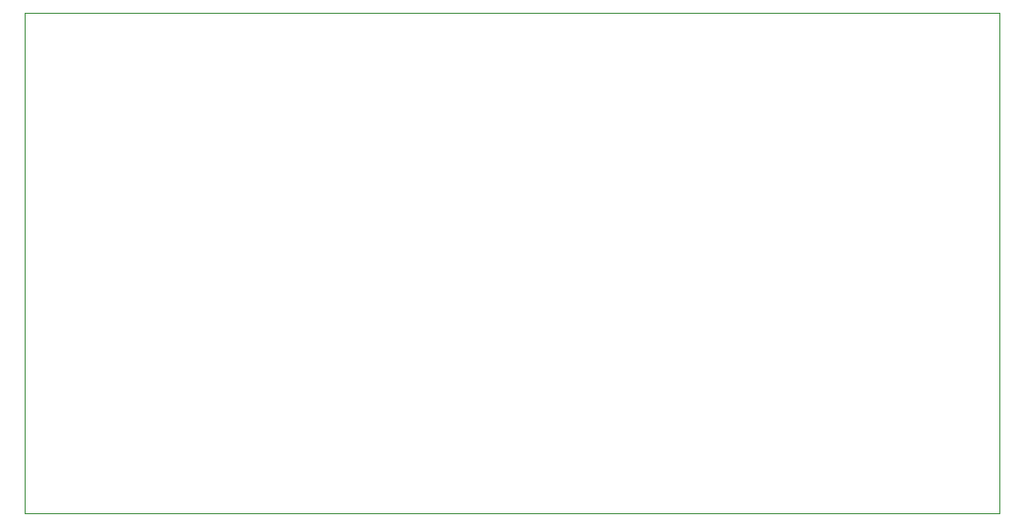
<source format=gbr>
%TF.GenerationSoftware,KiCad,Pcbnew,8.0.6*%
%TF.CreationDate,2025-02-10T12:59:46-08:00*%
%TF.ProjectId,LPF-v2,4c50462d-7632-42e6-9b69-6361645f7063,rev?*%
%TF.SameCoordinates,Original*%
%TF.FileFunction,Profile,NP*%
%FSLAX46Y46*%
G04 Gerber Fmt 4.6, Leading zero omitted, Abs format (unit mm)*
G04 Created by KiCad (PCBNEW 8.0.6) date 2025-02-10 12:59:46*
%MOMM*%
%LPD*%
G01*
G04 APERTURE LIST*
%TA.AperFunction,Profile*%
%ADD10C,0.050000*%
%TD*%
G04 APERTURE END LIST*
D10*
X71750000Y-78750000D02*
X155500000Y-78750000D01*
X155500000Y-121750000D01*
X71750000Y-121750000D01*
X71750000Y-78750000D01*
M02*

</source>
